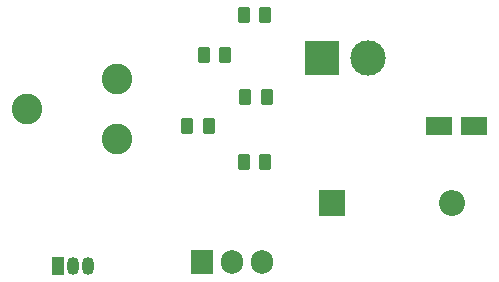
<source format=gbr>
%TF.GenerationSoftware,KiCad,Pcbnew,9.0.0*%
%TF.CreationDate,2025-03-25T11:32:13+05:30*%
%TF.ProjectId,solarpannel_project,736f6c61-7270-4616-9e6e-656c5f70726f,rev?*%
%TF.SameCoordinates,Original*%
%TF.FileFunction,Soldermask,Top*%
%TF.FilePolarity,Negative*%
%FSLAX46Y46*%
G04 Gerber Fmt 4.6, Leading zero omitted, Abs format (unit mm)*
G04 Created by KiCad (PCBNEW 9.0.0) date 2025-03-25 11:32:13*
%MOMM*%
%LPD*%
G01*
G04 APERTURE LIST*
G04 Aperture macros list*
%AMRoundRect*
0 Rectangle with rounded corners*
0 $1 Rounding radius*
0 $2 $3 $4 $5 $6 $7 $8 $9 X,Y pos of 4 corners*
0 Add a 4 corners polygon primitive as box body*
4,1,4,$2,$3,$4,$5,$6,$7,$8,$9,$2,$3,0*
0 Add four circle primitives for the rounded corners*
1,1,$1+$1,$2,$3*
1,1,$1+$1,$4,$5*
1,1,$1+$1,$6,$7*
1,1,$1+$1,$8,$9*
0 Add four rect primitives between the rounded corners*
20,1,$1+$1,$2,$3,$4,$5,0*
20,1,$1+$1,$4,$5,$6,$7,0*
20,1,$1+$1,$6,$7,$8,$9,0*
20,1,$1+$1,$8,$9,$2,$3,0*%
G04 Aperture macros list end*
%ADD10C,2.590800*%
%ADD11C,3.000000*%
%ADD12R,3.000000X3.000000*%
%ADD13R,2.200000X1.600000*%
%ADD14O,2.200000X2.200000*%
%ADD15R,2.200000X2.200000*%
%ADD16O,1.905000X2.000000*%
%ADD17R,1.905000X2.000000*%
%ADD18RoundRect,0.250000X-0.262500X-0.450000X0.262500X-0.450000X0.262500X0.450000X-0.262500X0.450000X0*%
%ADD19O,1.050000X1.500000*%
%ADD20R,1.050000X1.500000*%
G04 APERTURE END LIST*
D10*
%TO.C,Lithium-ion-battery1*%
X136750000Y-88040000D03*
X136750000Y-82960000D03*
X129130000Y-85500000D03*
%TD*%
D11*
%TO.C,Solarpanel1*%
X157972500Y-81250000D03*
D12*
X154092500Y-81250000D03*
%TD*%
D13*
%TO.C,C1*%
X167000000Y-87000000D03*
X164000000Y-87000000D03*
%TD*%
D14*
%TO.C,D1*%
X165080000Y-93500000D03*
D15*
X154920000Y-93500000D03*
%TD*%
D16*
%TO.C,U1*%
X149000000Y-98500000D03*
X146460000Y-98500000D03*
D17*
X143920000Y-98500000D03*
%TD*%
D18*
%TO.C,R2*%
X145912500Y-81000000D03*
X144087500Y-81000000D03*
%TD*%
D19*
%TO.C,Q1*%
X134270000Y-98860000D03*
X133000000Y-98860000D03*
D20*
X131730000Y-98860000D03*
%TD*%
D18*
%TO.C,R4*%
X144500000Y-87000000D03*
X142675000Y-87000000D03*
%TD*%
%TO.C,R3*%
X149412500Y-84500000D03*
X147587500Y-84500000D03*
%TD*%
%TO.C,R1*%
X149302500Y-77550000D03*
X147477500Y-77550000D03*
%TD*%
%TO.C,RV1*%
X149302500Y-90000000D03*
X147477500Y-90000000D03*
%TD*%
M02*

</source>
